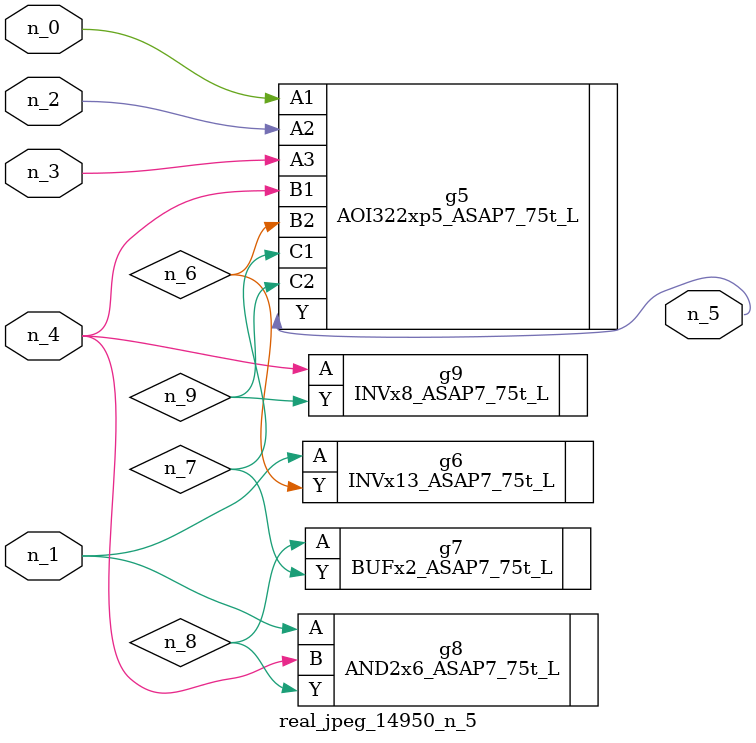
<source format=v>
module real_jpeg_14950_n_5 (n_4, n_0, n_1, n_2, n_3, n_5);

input n_4;
input n_0;
input n_1;
input n_2;
input n_3;

output n_5;

wire n_8;
wire n_6;
wire n_7;
wire n_9;

AOI322xp5_ASAP7_75t_L g5 ( 
.A1(n_0),
.A2(n_2),
.A3(n_3),
.B1(n_4),
.B2(n_6),
.C1(n_7),
.C2(n_9),
.Y(n_5)
);

INVx13_ASAP7_75t_L g6 ( 
.A(n_1),
.Y(n_6)
);

AND2x6_ASAP7_75t_L g8 ( 
.A(n_1),
.B(n_4),
.Y(n_8)
);

INVx8_ASAP7_75t_L g9 ( 
.A(n_4),
.Y(n_9)
);

BUFx2_ASAP7_75t_L g7 ( 
.A(n_8),
.Y(n_7)
);


endmodule
</source>
